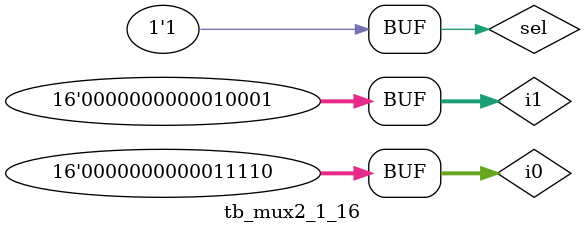
<source format=v>
`timescale 1ns / 1ps

module mux2_1_16(
		output reg [15:0] o,
		input [15:0] i0, i1,
		input sel);
//	not(nsel, sel);
//	and(t1, i0, nsel), (t2, i1, sel);
//	or(o, t1, t2);
	always @(sel, i0, i1)
	case(sel)
		0: o = i0;
		1: o = i1;
	endcase
endmodule

module tb_mux2_1_16;
	reg [15:0] i0, i1;
	reg sel;
	wire [15:0] o;
	
	mux2_1_16 m(o, i0, i1, sel);
	
	initial
	begin
		i0=30; i1=17;
		#10 sel=0;
		#10 sel=1;
		#10 sel=1;
		#10 sel=0;
		#10 sel=0;
		#10 sel=1;
	end
endmodule

</source>
